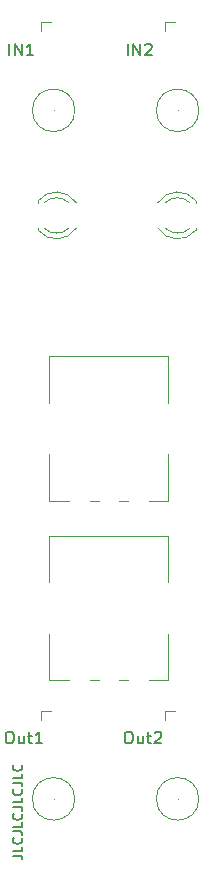
<source format=gbr>
%TF.GenerationSoftware,KiCad,Pcbnew,(6.0.0-0)*%
%TF.CreationDate,2022-01-12T00:44:38+05:30*%
%TF.ProjectId,pre,7072652e-6b69-4636-9164-5f7063625858,rev?*%
%TF.SameCoordinates,Original*%
%TF.FileFunction,Legend,Top*%
%TF.FilePolarity,Positive*%
%FSLAX46Y46*%
G04 Gerber Fmt 4.6, Leading zero omitted, Abs format (unit mm)*
G04 Created by KiCad (PCBNEW (6.0.0-0)) date 2022-01-12 00:44:38*
%MOMM*%
%LPD*%
G01*
G04 APERTURE LIST*
%ADD10C,0.150000*%
%ADD11C,0.120000*%
G04 APERTURE END LIST*
D10*
X79561904Y-127945238D02*
X80133333Y-127945238D01*
X80247619Y-127983333D01*
X80323809Y-128059523D01*
X80361904Y-128173809D01*
X80361904Y-128250000D01*
X80361904Y-127183333D02*
X80361904Y-127564285D01*
X79561904Y-127564285D01*
X80285714Y-126459523D02*
X80323809Y-126497619D01*
X80361904Y-126611904D01*
X80361904Y-126688095D01*
X80323809Y-126802380D01*
X80247619Y-126878571D01*
X80171428Y-126916666D01*
X80019047Y-126954761D01*
X79904761Y-126954761D01*
X79752380Y-126916666D01*
X79676190Y-126878571D01*
X79600000Y-126802380D01*
X79561904Y-126688095D01*
X79561904Y-126611904D01*
X79600000Y-126497619D01*
X79638095Y-126459523D01*
X79561904Y-125888095D02*
X80133333Y-125888095D01*
X80247619Y-125926190D01*
X80323809Y-126002380D01*
X80361904Y-126116666D01*
X80361904Y-126192857D01*
X80361904Y-125126190D02*
X80361904Y-125507142D01*
X79561904Y-125507142D01*
X80285714Y-124402380D02*
X80323809Y-124440476D01*
X80361904Y-124554761D01*
X80361904Y-124630952D01*
X80323809Y-124745238D01*
X80247619Y-124821428D01*
X80171428Y-124859523D01*
X80019047Y-124897619D01*
X79904761Y-124897619D01*
X79752380Y-124859523D01*
X79676190Y-124821428D01*
X79600000Y-124745238D01*
X79561904Y-124630952D01*
X79561904Y-124554761D01*
X79600000Y-124440476D01*
X79638095Y-124402380D01*
X79561904Y-123830952D02*
X80133333Y-123830952D01*
X80247619Y-123869047D01*
X80323809Y-123945238D01*
X80361904Y-124059523D01*
X80361904Y-124135714D01*
X80361904Y-123069047D02*
X80361904Y-123450000D01*
X79561904Y-123450000D01*
X80285714Y-122345238D02*
X80323809Y-122383333D01*
X80361904Y-122497619D01*
X80361904Y-122573809D01*
X80323809Y-122688095D01*
X80247619Y-122764285D01*
X80171428Y-122802380D01*
X80019047Y-122840476D01*
X79904761Y-122840476D01*
X79752380Y-122802380D01*
X79676190Y-122764285D01*
X79600000Y-122688095D01*
X79561904Y-122573809D01*
X79561904Y-122497619D01*
X79600000Y-122383333D01*
X79638095Y-122345238D01*
X79561904Y-121773809D02*
X80133333Y-121773809D01*
X80247619Y-121811904D01*
X80323809Y-121888095D01*
X80361904Y-122002380D01*
X80361904Y-122078571D01*
X80361904Y-121011904D02*
X80361904Y-121392857D01*
X79561904Y-121392857D01*
X80285714Y-120288095D02*
X80323809Y-120326190D01*
X80361904Y-120440476D01*
X80361904Y-120516666D01*
X80323809Y-120630952D01*
X80247619Y-120707142D01*
X80171428Y-120745238D01*
X80019047Y-120783333D01*
X79904761Y-120783333D01*
X79752380Y-120745238D01*
X79676190Y-120707142D01*
X79600000Y-120630952D01*
X79561904Y-120516666D01*
X79561904Y-120440476D01*
X79600000Y-120326190D01*
X79638095Y-120288095D01*
%TO.C,Out2*%
X89265476Y-117452380D02*
X89455952Y-117452380D01*
X89551190Y-117500000D01*
X89646428Y-117595238D01*
X89694047Y-117785714D01*
X89694047Y-118119047D01*
X89646428Y-118309523D01*
X89551190Y-118404761D01*
X89455952Y-118452380D01*
X89265476Y-118452380D01*
X89170238Y-118404761D01*
X89075000Y-118309523D01*
X89027380Y-118119047D01*
X89027380Y-117785714D01*
X89075000Y-117595238D01*
X89170238Y-117500000D01*
X89265476Y-117452380D01*
X90551190Y-117785714D02*
X90551190Y-118452380D01*
X90122619Y-117785714D02*
X90122619Y-118309523D01*
X90170238Y-118404761D01*
X90265476Y-118452380D01*
X90408333Y-118452380D01*
X90503571Y-118404761D01*
X90551190Y-118357142D01*
X90884523Y-117785714D02*
X91265476Y-117785714D01*
X91027380Y-117452380D02*
X91027380Y-118309523D01*
X91075000Y-118404761D01*
X91170238Y-118452380D01*
X91265476Y-118452380D01*
X91551190Y-117547619D02*
X91598809Y-117500000D01*
X91694047Y-117452380D01*
X91932142Y-117452380D01*
X92027380Y-117500000D01*
X92075000Y-117547619D01*
X92122619Y-117642857D01*
X92122619Y-117738095D01*
X92075000Y-117880952D01*
X91503571Y-118452380D01*
X92122619Y-118452380D01*
%TO.C,IN2*%
X89275000Y-60202380D02*
X89275000Y-59202380D01*
X89751190Y-60202380D02*
X89751190Y-59202380D01*
X90322619Y-60202380D01*
X90322619Y-59202380D01*
X90751190Y-59297619D02*
X90798809Y-59250000D01*
X90894047Y-59202380D01*
X91132142Y-59202380D01*
X91227380Y-59250000D01*
X91275000Y-59297619D01*
X91322619Y-59392857D01*
X91322619Y-59488095D01*
X91275000Y-59630952D01*
X90703571Y-60202380D01*
X91322619Y-60202380D01*
%TO.C,IN1*%
X79250000Y-60202380D02*
X79250000Y-59202380D01*
X79726190Y-60202380D02*
X79726190Y-59202380D01*
X80297619Y-60202380D01*
X80297619Y-59202380D01*
X81297619Y-60202380D02*
X80726190Y-60202380D01*
X81011904Y-60202380D02*
X81011904Y-59202380D01*
X80916666Y-59345238D01*
X80821428Y-59440476D01*
X80726190Y-59488095D01*
%TO.C,Out1*%
X79190476Y-117452380D02*
X79380952Y-117452380D01*
X79476190Y-117500000D01*
X79571428Y-117595238D01*
X79619047Y-117785714D01*
X79619047Y-118119047D01*
X79571428Y-118309523D01*
X79476190Y-118404761D01*
X79380952Y-118452380D01*
X79190476Y-118452380D01*
X79095238Y-118404761D01*
X79000000Y-118309523D01*
X78952380Y-118119047D01*
X78952380Y-117785714D01*
X79000000Y-117595238D01*
X79095238Y-117500000D01*
X79190476Y-117452380D01*
X80476190Y-117785714D02*
X80476190Y-118452380D01*
X80047619Y-117785714D02*
X80047619Y-118309523D01*
X80095238Y-118404761D01*
X80190476Y-118452380D01*
X80333333Y-118452380D01*
X80428571Y-118404761D01*
X80476190Y-118357142D01*
X80809523Y-117785714D02*
X81190476Y-117785714D01*
X80952380Y-117452380D02*
X80952380Y-118309523D01*
X81000000Y-118404761D01*
X81095238Y-118452380D01*
X81190476Y-118452380D01*
X82047619Y-118452380D02*
X81476190Y-118452380D01*
X81761904Y-118452380D02*
X81761904Y-117452380D01*
X81666666Y-117595238D01*
X81571428Y-117690476D01*
X81476190Y-117738095D01*
D11*
%TO.C,Out2*%
X92440000Y-115670000D02*
X92440000Y-116470000D01*
X92440000Y-115670000D02*
X93300000Y-115670000D01*
X93500000Y-123150000D02*
G75*
G03*
X93500000Y-123150000I0J0D01*
G01*
X95300000Y-123150000D02*
G75*
G03*
X95300000Y-123150000I-1800000J0D01*
G01*
%TO.C,RV2*%
X86046000Y-113120000D02*
X86805000Y-113120000D01*
X92695000Y-104816000D02*
X92695000Y-100880000D01*
X82654000Y-113120000D02*
X82654000Y-109183000D01*
X91045000Y-113120000D02*
X92695000Y-113120000D01*
X82654000Y-104816000D02*
X82654000Y-100880000D01*
X92695000Y-113120000D02*
X92695000Y-109183000D01*
X82654000Y-113120000D02*
X84304000Y-113120000D01*
X82654000Y-100880000D02*
X92695000Y-100880000D01*
X88546000Y-113120000D02*
X89305000Y-113120000D01*
X87675001Y-106500000D02*
G75*
G03*
X87675001Y-106500000I-1J0D01*
G01*
%TO.C,RV1*%
X86046000Y-97920000D02*
X86805000Y-97920000D01*
X92695000Y-89616000D02*
X92695000Y-85680000D01*
X82654000Y-97920000D02*
X82654000Y-93983000D01*
X91045000Y-97920000D02*
X92695000Y-97920000D01*
X82654000Y-89616000D02*
X82654000Y-85680000D01*
X92695000Y-97920000D02*
X92695000Y-93983000D01*
X82654000Y-97920000D02*
X84304000Y-97920000D01*
X82654000Y-85680000D02*
X92695000Y-85680000D01*
X88546000Y-97920000D02*
X89305000Y-97920000D01*
X87675001Y-91300000D02*
G75*
G03*
X87675001Y-91300000I-1J0D01*
G01*
%TO.C,LED2*%
X91832665Y-74828608D02*
G75*
G03*
X95065000Y-74985516I1672335J1078608D01*
G01*
X95065000Y-72514484D02*
G75*
G03*
X91832665Y-72671392I-1560000J-1235516D01*
G01*
X92463870Y-74829837D02*
G75*
G03*
X94545961Y-74830000I1041130J1079837D01*
G01*
X94545961Y-72670000D02*
G75*
G03*
X92463870Y-72670163I-1040961J-1080000D01*
G01*
X95065000Y-74986000D02*
X95065000Y-74830000D01*
X95065000Y-72670000D02*
X95065000Y-72514000D01*
%TO.C,LED1*%
X84917335Y-72671392D02*
G75*
G03*
X81685000Y-72514484I-1672335J-1078608D01*
G01*
X81685000Y-74985516D02*
G75*
G03*
X84917335Y-74828608I1560000J1235516D01*
G01*
X84286130Y-72670163D02*
G75*
G03*
X82204039Y-72670000I-1041130J-1079837D01*
G01*
X82204039Y-74830000D02*
G75*
G03*
X84286130Y-74829837I1040961J1080000D01*
G01*
X81685000Y-72514000D02*
X81685000Y-72670000D01*
X81685000Y-74830000D02*
X81685000Y-74986000D01*
%TO.C,IN2*%
X92440000Y-57370000D02*
X92440000Y-58170000D01*
X92440000Y-57370000D02*
X93300000Y-57370000D01*
X93500000Y-64850000D02*
G75*
G03*
X93500000Y-64850000I0J0D01*
G01*
X95300000Y-64850000D02*
G75*
G03*
X95300000Y-64850000I-1800000J0D01*
G01*
%TO.C,IN1*%
X81940000Y-57370000D02*
X81940000Y-58170000D01*
X81940000Y-57370000D02*
X82800000Y-57370000D01*
X83000000Y-64850000D02*
G75*
G03*
X83000000Y-64850000I0J0D01*
G01*
X84800000Y-64850000D02*
G75*
G03*
X84800000Y-64850000I-1800000J0D01*
G01*
%TO.C,Out1*%
X84800000Y-123150000D02*
G75*
G03*
X84800000Y-123150000I-1800000J0D01*
G01*
X83000000Y-123150000D02*
G75*
G03*
X83000000Y-123150000I0J0D01*
G01*
X81940000Y-115670000D02*
X82800000Y-115670000D01*
X81940000Y-115670000D02*
X81940000Y-116470000D01*
%TD*%
M02*

</source>
